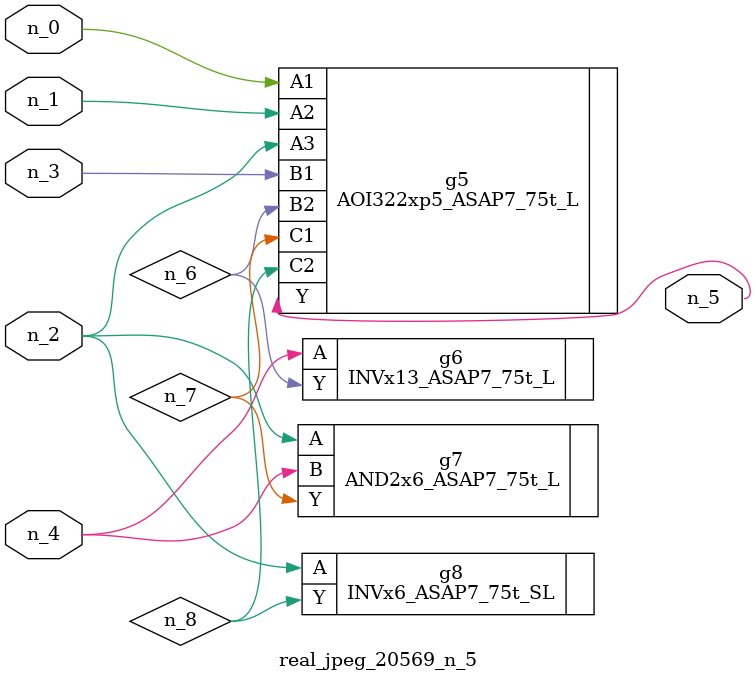
<source format=v>
module real_jpeg_20569_n_5 (n_4, n_0, n_1, n_2, n_3, n_5);

input n_4;
input n_0;
input n_1;
input n_2;
input n_3;

output n_5;

wire n_8;
wire n_6;
wire n_7;

AOI322xp5_ASAP7_75t_L g5 ( 
.A1(n_0),
.A2(n_1),
.A3(n_2),
.B1(n_3),
.B2(n_6),
.C1(n_7),
.C2(n_8),
.Y(n_5)
);

AND2x6_ASAP7_75t_L g7 ( 
.A(n_2),
.B(n_4),
.Y(n_7)
);

INVx6_ASAP7_75t_SL g8 ( 
.A(n_2),
.Y(n_8)
);

INVx13_ASAP7_75t_L g6 ( 
.A(n_4),
.Y(n_6)
);


endmodule
</source>
